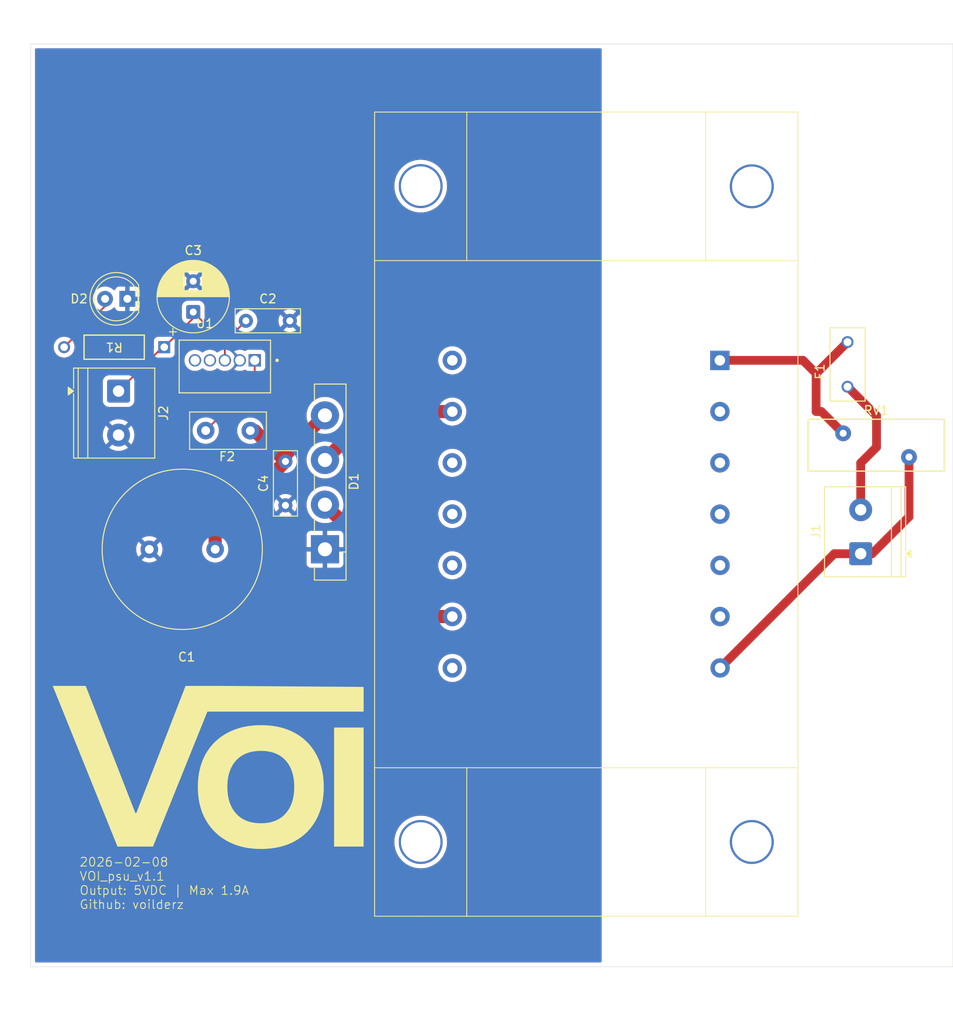
<source format=kicad_pcb>
(kicad_pcb (version 20241229) (generator "pcbnew") (generator_version "9.0")
  (layers (0 "F.Cu" signal) (2 "B.Cu" signal) (13 "F.Paste" user) (15 "B.Paste" user) (5 "F.SilkS" user "F.Silkscreen") (7 "B.SilkS" user "B.Silkscreen") (1 "F.Mask" user) (3 "B.Mask" user) (25 "Edge.Cuts" user))
  (net 0 "")
  (net 1 "Net-(D1-+)")
  (net 2 "GND")
  (net 3 "NEUT")
  (net 4 "Net-(D1-Pad2)")
  (net 5 "Net-(D2-A)")
  (net 6 "LINE")
  (net 7 "Net-(J2-Pin_1)")
  (net 8 "Net-(D1-Pad3)")
  (net 9 "Net-(F1-Pad2)")
  (net 10 "Net-(U1-Vin)")
  (footprint "Capacitor_THT:C_Radial_D18.0mm_H35.5mm_P7.50mm" (layer "F.Cu") (at 91 96.5 180)
    (property "Reference" "C1" (at 3.25 -12.25 0) (layer "F.SilkS"))
    (property "Value" "C_Polarized_Small")
    (fp_circle (center 3.75 0) (end 12.87 0) (stroke (width 0.12)) (fill no) (layer "F.SilkS"))
    (pad "1" thru_hole circle (at 0 0 180) (size 2 2) (drill 1) (layers "*.Cu" "*.Mask") (net 1 "Net-(D1-+)"))
    (pad "2" thru_hole circle (at 7.5 0 180) (size 2 2) (drill 1) (layers "*.Cu" "*.Mask") (net 2 "GND"))
  )
  (footprint "TerminalBlock_Phoenix:TerminalBlock_Phoenix_PT-1,5-2-5.0-H_1x02_P5.00mm_Horizontal" (layer "F.Cu") (at 80 78.5 -90)
    (property "Reference" "J2" (at 2.5 -5.12 90) (layer "F.SilkS"))
    (property "Value" "Conn_01x02")
    (fp_line (start -2.62 5.12) (end -2.62 -4.12) (stroke (width 0.12)) (layer "F.SilkS"))
    (fp_line (start -0.3 5.12) (end -2.62 5.12) (stroke (width 0.12)) (layer "F.SilkS"))
    (fp_line (start 7.62 5.12) (end 0.3 5.12) (stroke (width 0.12)) (layer "F.SilkS"))
    (fp_line (start -2.62 4.6) (end 7.62 4.6) (stroke (width 0.12)) (layer "F.SilkS"))
    (fp_line (start -2.62 3.5) (end 7.62 3.5) (stroke (width 0.12)) (layer "F.SilkS"))
    (fp_line (start -2.62 -4.12) (end 7.62 -4.12) (stroke (width 0.12)) (layer "F.SilkS"))
    (fp_line (start 7.62 -4.12) (end 7.62 5.12) (stroke (width 0.12)) (layer "F.SilkS"))
    (fp_poly (pts (xy 0 5.12) (xy 0.44 5.73) (xy -0.44 5.73)) (stroke (width 0.12)) (fill yes) (layer "F.SilkS"))
    (pad "1" thru_hole roundrect (at 0 0 270) (size 2.6 2.6) (drill 1.3) (layers "*.Cu" "*.Mask") (roundrect_rratio 0.096154) (net 7 "Net-(J2-Pin_1)"))
    (pad "2" thru_hole circle (at 5 0 270) (size 2.6 2.6) (drill 1.3) (layers "*.Cu" "*.Mask") (net 2 "GND"))
  )
  (footprint "TerminalBlock_Phoenix:TerminalBlock_Phoenix_PT-1,5-2-5.0-H_1x02_P5.00mm_Horizontal" (layer "F.Cu") (at 164.5 97 90)
    (property "Reference" "J1" (at 2.5 -5.12 90) (layer "F.SilkS"))
    (property "Value" "Conn_01x02")
    (fp_line (start 7.62 -4.12) (end 7.62 5.12) (stroke (width 0.12)) (layer "F.SilkS"))
    (fp_line (start -2.62 -4.12) (end 7.62 -4.12) (stroke (width 0.12)) (layer "F.SilkS"))
    (fp_line (start -2.62 3.5) (end 7.62 3.5) (stroke (width 0.12)) (layer "F.SilkS"))
    (fp_line (start -2.62 4.6) (end 7.62 4.6) (stroke (width 0.12)) (layer "F.SilkS"))
    (fp_line (start 7.62 5.12) (end 0.3 5.12) (stroke (width 0.12)) (layer "F.SilkS"))
    (fp_line (start -0.3 5.12) (end -2.62 5.12) (stroke (width 0.12)) (layer "F.SilkS"))
    (fp_line (start -2.62 5.12) (end -2.62 -4.12) (stroke (width 0.12)) (layer "F.SilkS"))
    (fp_poly (pts (xy 0 5.12) (xy 0.44 5.73) (xy -0.44 5.73)) (stroke (width 0.12)) (fill yes) (layer "F.SilkS"))
    (pad "1" thru_hole roundrect (at 0 0 90) (size 2.6 2.6) (drill 1.3) (layers "*.Cu" "*.Mask") (roundrect_rratio 0.096154) (net 3 "NEUT"))
    (pad "2" thru_hole circle (at 5 0 90) (size 2.6 2.6) (drill 1.3) (layers "*.Cu" "*.Mask") (net 6 "LINE"))
  )
  (footprint "Library:RES_TYCO_YR1_TYC" (layer "F.Cu") (at 85.2023 73.5 180)
    (property "Reference" "R1" (at 5.7023 0 180) (layer "F.SilkS"))
    (property "Value" "1K")
    (fp_line (start 9.1313 1.3716) (end 9.1313 -1.3716) (stroke (width 0.1524)) (layer "F.SilkS"))
    (fp_line (start 9.1313 -1.3716) (end 2.2733 -1.3716) (stroke (width 0.1524)) (layer "F.SilkS"))
    (fp_line (start 2.2733 1.3716) (end 9.1313 1.3716) (stroke (width 0.1524)) (layer "F.SilkS"))
    (fp_line (start 2.2733 -1.3716) (end 2.2733 1.3716) (stroke (width 0.1524)) (layer "F.SilkS"))
    (pad "1" thru_hole rect (at 0 0 180) (size 1.3716 1.3716) (drill 0.8636) (layers "*.Cu" "*.Mask") (net 7 "Net-(J2-Pin_1)"))
    (pad "2" thru_hole circle (at 11.4046 0 180) (size 1.3716 1.3716) (drill 0.8636) (layers "*.Cu" "*.Mask") (net 5 "Net-(D2-A)"))
  )
  (footprint "Capacitor_THT:C_Rect_L7.2mm_W2.5mm_P5.00mm_FKS2_FKP2_MKS2_MKP2" (layer "F.Cu") (at 99 86.5 -90)
    (property "Reference" "C4" (at 2.5 2.5 90) (layer "F.SilkS"))
    (property "Value" "C_Small")
    (fp_line (start -1.22 1.37) (end -1.22 -1.37) (stroke (width 0.12)) (layer "F.SilkS"))
    (fp_line (start 6.22 1.37) (end -1.22 1.37) (stroke (width 0.12)) (layer "F.SilkS"))
    (fp_line (start -1.22 -1.37) (end 6.22 -1.37) (stroke (width 0.12)) (layer "F.SilkS"))
    (fp_line (start 6.22 -1.37) (end 6.22 1.37) (stroke (width 0.12)) (layer "F.SilkS"))
    (pad "1" thru_hole circle (at 0 0 270) (size 1.6 1.6) (drill 0.8) (layers "*.Cu" "*.Mask") (net 1 "Net-(D1-+)"))
    (pad "2" thru_hole circle (at 5 0 270) (size 1.6 1.6) (drill 0.8) (layers "*.Cu" "*.Mask") (net 2 "GND"))
  )
  (footprint "Library:FUSRR508W60L835T400H810" (layer "F.Cu") (at 163 75.46 90)
    (property "Reference" "F1" (at -0.825 -3.135 90) (layer "F.SilkS"))
    (property "Value" "Fuse_Small")
    (fp_line (start 4.175 -2) (end -4.175 -2) (stroke (width 0.127)) (layer "F.SilkS"))
    (fp_line (start -4.175 -2) (end -4.175 2) (stroke (width 0.127)) (layer "F.SilkS"))
    (fp_line (start 4.175 2) (end 4.175 -2) (stroke (width 0.127)) (layer "F.SilkS"))
    (fp_line (start -4.175 2) (end 4.175 2) (stroke (width 0.127)) (layer "F.SilkS"))
    (pad "1" thru_hole circle (at -2.54 0 90) (size 1.35 1.35) (drill 0.9) (layers "*.Cu" "*.Mask") (net 6 "LINE"))
    (pad "2" thru_hole circle (at 2.54 0 90) (size 1.35 1.35) (drill 0.9) (layers "*.Cu" "*.Mask") (net 9 "Net-(F1-Pad2)"))
  )
  (footprint "Varistor:RV_Disc_D15.5mm_W5.9mm_P7.5mm" (layer "F.Cu") (at 170 86 180)
    (property "Reference" "RV1" (at 3.75 5.3 0) (layer "F.SilkS"))
    (property "Value" "Varistor")
    (fp_line (start 11.5 -1.6) (end 11.5 4.3) (stroke (width 0.15)) (layer "F.SilkS"))
    (fp_line (start -4 4.3) (end 11.5 4.3) (stroke (width 0.15)) (layer "F.SilkS"))
    (fp_line (start -4 -1.6) (end 11.5 -1.6) (stroke (width 0.15)) (layer "F.SilkS"))
    (fp_line (start -4 -1.6) (end -4 4.3) (stroke (width 0.15)) (layer "F.SilkS"))
    (pad "1" thru_hole circle (at 0 0 180) (size 1.8 1.8) (drill 0.8) (layers "*.Cu" "*.Mask") (net 3 "NEUT"))
    (pad "2" thru_hole circle (at 7.5 2.7 180) (size 1.8 1.8) (drill 0.8) (layers "*.Cu" "*.Mask") (net 9 "Net-(F1-Pad2)"))
  )
  (footprint "Capacitor_THT:C_Rect_L7.2mm_W2.5mm_P5.00mm_FKS2_FKP2_MKS2_MKP2" (layer "F.Cu") (at 94.5 70.5)
    (property "Reference" "C2" (at 2.5 -2.5 0) (layer "F.SilkS"))
    (property "Value" "C_Small")
    (fp_line (start -1.22 -1.37) (end 6.22 -1.37) (stroke (width 0.12)) (layer "F.SilkS"))
    (fp_line (start -1.22 1.37) (end -1.22 -1.37) (stroke (width 0.12)) (layer "F.SilkS"))
    (fp_line (start 6.22 -1.37) (end 6.22 1.37) (stroke (width 0.12)) (layer "F.SilkS"))
    (fp_line (start 6.22 1.37) (end -1.22 1.37) (stroke (width 0.12)) (layer "F.SilkS"))
    (pad "1" thru_hole circle (at 0 0) (size 1.6 1.6) (drill 0.8) (layers "*.Cu" "*.Mask") (net 7 "Net-(J2-Pin_1)"))
    (pad "2" thru_hole circle (at 5 0) (size 1.6 1.6) (drill 0.8) (layers "*.Cu" "*.Mask") (net 2 "GND"))
  )
  (footprint "Library:CONV_TSR_3-2450" (layer "F.Cu") (at 92.1 75)
    (property "Reference" "U1" (at -2.275 -4.185 0) (layer "F.SilkS"))
    (property "Value" "TSR3-2450N")
    (fp_line (start -5.2 -2.3) (end 5.2 -2.3) (stroke (width 0.127)) (layer "F.SilkS"))
    (fp_line (start -5.2 3.7) (end -5.2 -2.3) (stroke (width 0.127)) (layer "F.SilkS"))
    (fp_line (start 5.2 -2.3) (end 5.2 3.7) (stroke (width 0.127)) (layer "F.SilkS"))
    (fp_line (start 5.2 3.7) (end -5.2 3.7) (stroke (width 0.127)) (layer "F.SilkS"))
    (fp_circle (center 5.95 0) (end 6.05 0) (stroke (width 0.2)) (fill no) (layer "F.SilkS"))
    (pad "1" thru_hole rect (at 3.4 0) (size 1.41 1.41) (drill 1.06) (layers "*.Cu" "*.Mask") (net 10 "Net-(U1-Vin)"))
    (pad "2" thru_hole circle (at 1.7 0) (size 1.41 1.41) (drill 1.06) (layers "*.Cu" "*.Mask") (net 2 "GND"))
    (pad "3" thru_hole circle (at 0 0) (size 1.41 1.41) (drill 1.06) (layers "*.Cu" "*.Mask") (net 7 "Net-(J2-Pin_1)"))
    (pad "4" thru_hole circle (at -1.7 0) (size 1.41 1.41) (drill 1.06) (layers "*.Cu" "*.Mask"))
    (pad "5" thru_hole circle (at -3.4 0) (size 1.41 1.41) (drill 1.06) (layers "*.Cu" "*.Mask"))
  )
  (footprint "Capacitor_THT:CP_Radial_D8.0mm_P3.50mm" (layer "F.Cu") (at 88.5 69.5 90)
    (property "Reference" "C3" (at 7 0 180) (layer "F.SilkS"))
    (property "Value" "C_Polarized_Small")
    (fp_line (start 1.79 -4.08) (end 1.79 4.08) (stroke (width 0.12)) (layer "F.SilkS"))
    (fp_line (start 1.75 -4.08) (end 1.75 4.08) (stroke (width 0.12)) (layer "F.SilkS"))
    (fp_line (start 1.83 -4.079) (end 1.83 4.079) (stroke (width 0.12)) (layer "F.SilkS"))
    (fp_line (start 1.87 -4.078) (end 1.87 4.078) (stroke (width 0.12)) (layer "F.SilkS"))
    (fp_line (start 1.91 -4.077) (end 1.91 4.077) (stroke (width 0.12)) (layer "F.SilkS"))
    (fp_line (start 1.95 -4.075) (end 1.95 4.075) (stroke (width 0.12)) (layer "F.SilkS"))
    (fp_line (start 1.99 -4.073) (end 1.99 4.073) (stroke (width 0.12)) (layer "F.SilkS"))
    (fp_line (start 2.03 -4.07) (end 2.03 4.07) (stroke (width 0.12)) (layer "F.SilkS"))
    (fp_line (start 2.07 -4.068) (end 2.07 4.068) (stroke (width 0.12)) (layer "F.SilkS"))
    (fp_line (start 2.11 -4.064) (end 2.11 4.064) (stroke (width 0.12)) (layer "F.SilkS"))
    (fp_line (start 2.15 -4.061) (end 2.15 4.061) (stroke (width 0.12)) (layer "F.SilkS"))
    (fp_line (start 2.19 -4.056) (end 2.19 4.056) (stroke (width 0.12)) (layer "F.SilkS"))
    (fp_line (start 2.23 -4.052) (end 2.23 4.052) (stroke (width 0.12)) (layer "F.SilkS"))
    (fp_line (start 2.27 -4.047) (end 2.27 4.047) (stroke (width 0.12)) (layer "F.SilkS"))
    (fp_line (start 2.31 -4.042) (end 2.31 4.042) (stroke (width 0.12)) (layer "F.SilkS"))
    (fp_line (start 2.35 -4.036) (end 2.35 4.036) (stroke (width 0.12)) (layer "F.SilkS"))
    (fp_line (start 2.39 -4.03) (end 2.39 4.03) (stroke (width 0.12)) (layer "F.SilkS"))
    (fp_line (start 2.43 -4.023) (end 2.43 4.023) (stroke (width 0.12)) (layer "F.SilkS"))
    (fp_line (start 2.47 -4.017) (end 2.47 -1.04) (stroke (width 0.12)) (layer "F.SilkS"))
    (fp_line (start 2.51 -4.009) (end 2.51 -1.04) (stroke (width 0.12)) (layer "F.SilkS"))
    (fp_line (start 2.55 -4.002) (end 2.55 -1.04) (stroke (width 0.12)) (layer "F.SilkS"))
    (fp_line (start 2.59 -3.993) (end 2.59 -1.04) (stroke (width 0.12)) (layer "F.SilkS"))
    (fp_line (start 2.63 -3.985) (end 2.63 -1.04) (stroke (width 0.12)) (layer "F.SilkS"))
    (fp_line (start 2.67 -3.976) (end 2.67 -1.04) (stroke (width 0.12)) (layer "F.SilkS"))
    (fp_line (start 2.71 -3.967) (end 2.71 -1.04) (stroke (width 0.12)) (layer "F.SilkS"))
    (fp_line (start 2.75 -3.957) (end 2.75 -1.04) (stroke (width 0.12)) (layer "F.SilkS"))
    (fp_line (start 2.79 -3.947) (end 2.79 -1.04) (stroke (width 0.12)) (layer "F.SilkS"))
    (fp_line (start 2.83 -3.936) (end 2.83 -1.04) (stroke (width 0.12)) (layer "F.SilkS"))
    (fp_line (start 2.87 -3.925) (end 2.87 -1.04) (stroke (width 0.12)) (layer "F.SilkS"))
    (fp_line (start 2.91 -3.913) (end 2.91 -1.04) (stroke (width 0.12)) (layer "F.SilkS"))
    (fp_line (start 2.95 -3.901) (end 2.95 -1.04) (stroke (width 0.12)) (layer "F.SilkS"))
    (fp_line (start 2.99 -3.889) (end 2.99 -1.04) (stroke (width 0.12)) (layer "F.SilkS"))
    (fp_line (start 3.03 -3.876) (end 3.03 -1.04) (stroke (width 0.12)) (layer "F.SilkS"))
    (fp_line (start 3.07 -3.863) (end 3.07 -1.04) (stroke (width 0.12)) (layer "F.SilkS"))
    (fp_line (start 3.11 -3.849) (end 3.11 -1.04) (stroke (width 0.12)) (layer "F.SilkS"))
    (fp_line (start 3.15 -3.835) (end 3.15 -1.04) (stroke (width 0.12)) (layer "F.SilkS"))
    (fp_line (start 3.19 -3.82) (end 3.19 -1.04) (stroke (width 0.12)) (layer "F.SilkS"))
    (fp_line (start 3.23 -3.805) (end 3.23 -1.04) (stroke (width 0.12)) (layer "F.SilkS"))
    (fp_line (start 3.27 -3.789) (end 3.27 -1.04) (stroke (width 0.12)) (layer "F.SilkS"))
    (fp_line (start 3.31 -3.773) (end 3.31 -1.04) (stroke (width 0.12)) (layer "F.SilkS"))
    (fp_line (start 3.35 -3.757) (end 3.35 -1.04) (stroke (width 0.12)) (layer "F.SilkS"))
    (fp_line (start 3.39 -3.74) (end 3.39 -1.04) (stroke (width 0.12)) (layer "F.SilkS"))
    (fp_line (start 3.43 -3.722) (end 3.43 -1.04) (stroke (width 0.12)) (layer "F.SilkS"))
    (fp_line (start 3.47 -3.704) (end 3.47 -1.04) (stroke (width 0.12)) (layer "F.SilkS"))
    (fp_line (start 3.51 -3.685) (end 3.51 -1.04) (stroke (width 0.12)) (layer "F.SilkS"))
    (fp_line (start 3.55 -3.666) (end 3.55 -1.04) (stroke (width 0.12)) (layer "F.SilkS"))
    (fp_line (start 3.59 -3.646) (end 3.59 -1.04) (stroke (width 0.12)) (layer "F.SilkS"))
    (fp_line (start 3.63 -3.626) (end 3.63 -1.04) (stroke (width 0.12)) (layer "F.SilkS"))
    (fp_line (start 3.67 -3.605) (end 3.67 -1.04) (stroke (width 0.12)) (layer "F.SilkS"))
    (fp_line (start 3.71 -3.584) (end 3.71 -1.04) (stroke (width 0.12)) (layer "F.SilkS"))
    (fp_line (start 3.75 -3.562) (end 3.75 -1.04) (stroke (width 0.12)) (layer "F.SilkS"))
    (fp_line (start 3.79 -3.539) (end 3.79 -1.04) (stroke (width 0.12)) (layer "F.SilkS"))
    (fp_line (start 3.83 -3.516) (end 3.83 -1.04) (stroke (width 0.12)) (layer "F.SilkS"))
    (fp_line (start 3.87 -3.493) (end 3.87 -1.04) (stroke (width 0.12)) (layer "F.SilkS"))
    (fp_line (start 3.91 -3.468) (end 3.91 -1.04) (stroke (width 0.12)) (layer "F.SilkS"))
    (fp_line (start 3.95 -3.443) (end 3.95 -1.04) (stroke (width 0.12)) (layer "F.SilkS"))
    (fp_line (start 3.99 -3.418) (end 3.99 -1.04) (stroke (width 0.12)) (layer "F.SilkS"))
    (fp_line (start 4.03 -3.392) (end 4.03 -1.04) (stroke (width 0.12)) (layer "F.SilkS"))
    (fp_line (start 4.07 -3.365) (end 4.07 -1.04) (stroke (width 0.12)) (layer "F.SilkS"))
    (fp_line (start 4.11 -3.337) (end 4.11 -1.04) (stroke (width 0.12)) (layer "F.SilkS"))
    (fp_line (start 4.15 -3.309) (end 4.15 -1.04) (stroke (width 0.12)) (layer "F.SilkS"))
    (fp_line (start 4.19 -3.28) (end 4.19 -1.04) (stroke (width 0.12)) (layer "F.SilkS"))
    (fp_line (start 4.23 -3.25) (end 4.23 -1.04) (stroke (width 0.12)) (layer "F.SilkS"))
    (fp_line (start 4.27 -3.219) (end 4.27 -1.04) (stroke (width 0.12)) (layer "F.SilkS"))
    (fp_line (start 4.31 -3.188) (end 4.31 -1.04) (stroke (width 0.12)) (layer "F.SilkS"))
    (fp_line (start 4.35 -3.156) (end 4.35 -1.04) (stroke (width 0.12)) (layer "F.SilkS"))
    (fp_line (start 4.39 -3.123) (end 4.39 -1.04) (stroke (width 0.12)) (layer "F.SilkS"))
    (fp_line (start 4.43 -3.089) (end 4.43 -1.04) (stroke (width 0.12)) (layer "F.SilkS"))
    (fp_line (start 4.47 -3.055) (end 4.47 -1.04) (stroke (width 0.12)) (layer "F.SilkS"))
    (fp_line (start 4.51 -3.019) (end 4.51 -1.04) (stroke (width 0.12)) (layer "F.SilkS"))
    (fp_line (start 4.55 -2.982) (end 4.55 2.982) (stroke (width 0.12)) (layer "F.SilkS"))
    (fp_line (start 4.59 -2.945) (end 4.59 2.945) (stroke (width 0.12)) (layer "F.SilkS"))
    (fp_line (start 4.63 -2.906) (end 4.63 2.906) (stroke (width 0.12)) (layer "F.SilkS"))
    (fp_line (start 4.67 -2.867) (end 4.67 2.867) (stroke (width 0.12)) (layer "F.SilkS"))
    (fp_line (start 4.71 -2.826) (end 4.71 2.826) (stroke (width 0.12)) (layer "F.SilkS"))
    (fp_line (start 4.75 -2.784) (end 4.75 2.784) (stroke (width 0.12)) (layer "F.SilkS"))
    (fp_line (start 4.79 -2.741) (end 4.79 2.741) (stroke (width 0.12)) (layer "F.SilkS"))
    (fp_line (start -2.259698 -2.715) (end -2.259698 -1.915) (stroke (width 0.12)) (layer "F.SilkS"))
    (fp_line (start 4.83 -2.696) (end 4.83 2.696) (stroke (width 0.12)) (layer "F.SilkS"))
    (fp_line (start 4.87 -2.651) (end 4.87 2.651) (stroke (width 0.12)) (layer "F.SilkS"))
    (fp_line (start 4.91 -2.604) (end 4.91 2.604) (stroke (width 0.12)) (layer "F.SilkS"))
    (fp_line (start 4.95 -2.555) (end 4.95 2.555) (stroke (width 0.12)) (layer "F.SilkS"))
    (fp_line (start 4.99 -2.505) (end 4.99 2.505) (stroke (width 0.12)) (layer "F.SilkS"))
    (fp_line (start 5.03 -2.453) (end 5.03 2.453) (stroke (width 0.12)) (layer "F.SilkS"))
    (fp_line (start 5.07 -2.4) (end 5.07 2.4) (stroke (width 0.12)) (layer "F.SilkS"))
    (fp_line (start 5.11 -2.344) (end 5.11 2.344) (stroke (width 0.12)) (layer "F.SilkS"))
    (fp_line (start -2.659698 -2.315) (end -1.859698 -2.315) (stroke (width 0.12)) (layer "F.SilkS"))
    (fp_line (start 5.15 -2.287) (end 5.15 2.287) (stroke (width 0.12)) (layer "F.SilkS"))
    (fp_line (start 5.19 -2.227) (end 5.19 2.227) (stroke (width 0.12)) (layer "F.SilkS"))
    (fp_line (start 5.23 -2.165) (end 5.23 2.165) (stroke (width 0.12)) (layer "F.SilkS"))
    (fp_line (start 5.27 -2.101) (end 5.27 2.101) (stroke (width 0.12)) (layer "F.SilkS"))
    (fp_line (start 5.31 -2.034) (end 5.31 2.034) (stroke (width 0.12)) (layer "F.SilkS"))
    (fp_line (start 5.35 -1.964) (end 5.35 1.964) (stroke (width 0.12)) (layer "F.SilkS"))
    (fp_line (start 5.39 -1.89) (end 5.39 1.89) (stroke (width 0.12)) (layer "F.SilkS"))
    (fp_line (start 5.43 -1.813) (end 5.43 1.813) (stroke (width 0.12)) (layer "F.SilkS"))
    (fp_line (start 5.47 -1.731) (end 5.47 1.731) (stroke (width 0.12)) (layer "F.SilkS"))
    (fp_line (start 5.51 -1.644) (end 5.51 1.644) (stroke (width 0.12)) (layer "F.SilkS"))
    (fp_line (start 5.55 -1.552) (end 5.55 1.552) (stroke (width 0.12)) (layer "F.SilkS"))
    (fp_line (start 5.59 -1.453) (end 5.59 1.453) (stroke (width 0.12)) (layer "F.SilkS"))
    (fp_line (start 5.63 -1.346) (end 5.63 1.346) (stroke (width 0.12)) (layer "F.SilkS"))
    (fp_line (start 5.67 -1.228) (end 5.67 1.228) (stroke (width 0.12)) (layer "F.SilkS"))
    (fp_line (start 5.71 -1.097) (end 5.71 1.097) (stroke (width 0.12)) (layer "F.SilkS"))
    (fp_line (start 5.75 -0.947) (end 5.75 0.947) (stroke (width 0.12)) (layer "F.SilkS"))
    (fp_line (start 5.79 -0.768) (end 5.79 0.768) (stroke (width 0.12)) (layer "F.SilkS"))
    (fp_line (start 5.83 -0.533) (end 5.83 0.533) (stroke (width 0.12)) (layer "F.SilkS"))
    (fp_line (start 4.51 1.04) (end 4.51 3.019) (stroke (width 0.12)) (layer "F.SilkS"))
    (fp_line (start 4.47 1.04) (end 4.47 3.055) (stroke (width 0.12)) (layer "F.SilkS"))
    (fp_line (start 4.43 1.04) (end 4.43 3.089) (stroke (width 0.12)) (layer "F.SilkS"))
    (fp_line (start 4.39 1.04) (end 4.39 3.123) (stroke (width 0.12)) (layer "F.SilkS"))
    (fp_line (start 4.35 1.04) (end 4.35 3.156) (stroke (width 0.12)) (layer "F.SilkS"))
    (fp_line (start 4.31 1.04) (end 4.31 3.188) (stroke (width 0.12)) (layer "F.SilkS"))
    (fp_line (start 4.27 1.04) (end 4.27 3.219) (stroke (width 0.12)) (layer "F.SilkS"))
    (fp_line (start 4.23 1.04) (end 4.23 3.25) (stroke (width 0.12)) (layer "F.SilkS"))
    (fp_line (start 4.19 1.04) (end 4.19 3.28) (stroke (width 0.12)) (layer "F.SilkS"))
    (fp_line (start 4.15 1.04) (end 4.15 3.309) (stroke (width 0.12)) (layer "F.SilkS"))
    (fp_line (start 4.11 1.04) (end 4.11 3.337) (stroke (width 0.12)) (layer "F.SilkS"))
    (fp_line (start 4.07 1.04) (end 4.07 3.365) (stroke (width 0.12)) (layer "F.SilkS"))
    (fp_line (start 4.03 1.04) (end 4.03 3.392) (stroke (width 0.12)) (layer "F.SilkS"))
    (fp_line (start 3.99 1.04) (end 3.99 3.418) (stroke (width 0.12)) (layer "F.SilkS"))
    (fp_line (start 3.95 1.04) (end 3.95 3.443) (stroke (width 0.12)) (layer "F.SilkS"))
    (fp_line (start 3.91 1.04) (end 3.91 3.468) (stroke (width 0.12)) (layer "F.SilkS"))
    (fp_line (start 3.87 1.04) (end 3.87 3.493) (stroke (width 0.12)) (layer "F.SilkS"))
    (fp_line (start 3.83 1.04) (end 3.83 3.516) (stroke (width 0.12)) (layer "F.SilkS"))
    (fp_line (start 3.79 1.04) (end 3.79 3.539) (stroke (width 0.12)) (layer "F.SilkS"))
    (fp_line (start 3.75 1.04) (end 3.75 3.562) (stroke (width 0.12)) (layer "F.SilkS"))
    (fp_line (start 3.71 1.04) (end 3.71 3.584) (stroke (width 0.12)) (layer "F.SilkS"))
    (fp_line (start 3.67 1.04) (end 3.67 3.605) (stroke (width 0.12)) (layer "F.SilkS"))
    (fp_line (start 3.63 1.04) (end 3.63 3.626) (stroke (width 0.12)) (layer "F.SilkS"))
    (fp_line (start 3.59 1.04) (end 3.59 3.646) (stroke (width 0.12)) (layer "F.SilkS"))
    (fp_line (start 3.55 1.04) (end 3.55 3.666) (stroke (width 0.12)) (layer "F.SilkS"))
    (fp_line (start 3.51 1.04) (end 3.51 3.685) (stroke (width 0.12)) (layer "F.SilkS"))
    (fp_line (start 3.47 1.04) (end 3.47 3.704) (stroke (width 0.12)) (layer "F.SilkS"))
    (fp_line (start 3.43 1.04) (end 3.43 3.722) (stroke (width 0.12)) (layer "F.SilkS"))
    (fp_line (start 3.39 1.04) (end 3.39 3.74) (stroke (width 0.12)) (layer "F.SilkS"))
    (fp_line (start 3.35 1.04) (end 3.35 3.757) (stroke (width 0.12)) (layer "F.SilkS"))
    (fp_line (start 3.31 1.04) (end 3.31 3.773) (stroke (width 0.12)) (layer "F.SilkS"))
    (fp_line (start 3.27 1.04) (end 3.27 3.789) (stroke (width 0.12)) (layer "F.SilkS"))
    (fp_line (start 3.23 1.04) (end 3.23 3.805) (stroke (width 0.12)) (layer "F.SilkS"))
    (fp_line (start 3.19 1.04) (end 3.19 3.82) (stroke (width 0.12)) (layer "F.SilkS"))
    (fp_line (start 3.15 1.04) (end 3.15 3.835) (stroke (width 0.12)) (layer "F.SilkS"))
    (fp_line (start 3.11 1.04) (end 3.11 3.849) (stroke (width 0.12)) (layer "F.SilkS"))
    (fp_line (start 3.07 1.04) (end 3.07 3.863) (stroke (width 0.12)) (layer "F.SilkS"))
    (fp_line (start 3.03 1.04) (end 3.03 3.876) (stroke (width 0.12)) (layer "F.SilkS"))
    (fp_line (start 2.99 1.04) (end 2.99 3.889) (stroke (width 0.12)) (layer "F.SilkS"))
    (fp_line (start 2.95 1.04) (end 2.95 3.901) (stroke (width 0.12)) (layer "F.SilkS"))
    (fp_line (start 2.91 1.04) (end 2.91 3.913) (stroke (width 0.12)) (layer "F.SilkS"))
    (fp_line (start 2.87 1.04) (end 2.87 3.925) (stroke (width 0.12)) (layer "F.SilkS"))
    (fp_line (start 2.83 1.04) (end 2.83 3.936) (stroke (width 0.12)) (layer "F.SilkS"))
    (fp_line (start 2.79 1.04) (end 2.79 3.947) (stroke (width 0.12)) (layer "F.SilkS"))
    (fp_line (start 2.75 1.04) (end 2.75 3.957) (stroke (width 0.12)) (layer "F.SilkS"))
    (fp_line (start 2.71 1.04) (end 2.71 3.967) (stroke (width 0.12)) (layer "F.SilkS"))
    (fp_line (start 2.67 1.04) (end 2.67 3.976) (stroke (width 0.12)) (layer "F.SilkS"))
    (fp_line (start 2.63 1.04) (end 2.63 3.985) (stroke (width 0.12)) (layer "F.SilkS"))
    (fp_line (start 2.59 1.04) (end 2.59 3.993) (stroke (width 0.12)) (layer "F.SilkS"))
    (fp_line (start 2.55 1.04) (end 2.55 4.002) (stroke (width 0.12)) (layer "F.SilkS"))
    (fp_line (start 2.51 1.04) (end 2.51 4.009) (stroke (width 0.12)) (layer "F.SilkS"))
    (fp_line (start 2.47 1.04) (end 2.47 4.017) (stroke (width 0.12)) (layer "F.SilkS"))
    (fp_circle (center 1.75 0) (end 5.87 0) (stroke (width 0.12)) (fill no) (layer "F.SilkS"))
    (pad "1" thru_hole roundrect (at 0 0 90) (size 1.6 1.6) (drill 0.8) (layers "*.Cu" "*.Mask") (roundrect_rratio 0.15625) (net 7 "Net-(J2-Pin_1)"))
    (pad "2" thru_hole circle (at 3.5 0 90) (size 1.6 1.6) (drill 0.8) (layers "*.Cu" "*.Mask") (net 2 "GND"))
  )
  (footprint "LED_THT:LED_D5.0mm" (layer "F.Cu") (at 81 68 180)
    (property "Reference" "D2" (at 5.5 0 0) (layer "F.SilkS"))
    (property "Value" "LED")
    (fp_line (start -1.29 -1.545) (end -1.29 1.545) (stroke (width 0.12)) (layer "F.SilkS"))
    (fp_arc (start 4.26 0) (mid 2.071779 2.880495) (end -1.29 1.54483) (stroke (width 0.12)) (layer "F.SilkS"))
    (fp_arc (start -1.29 -1.54483) (mid 2.071779 -2.880495) (end 4.26 0) (stroke (width 0.12)) (layer "F.SilkS"))
    (fp_circle (center 1.27 0) (end 3.77 0) (stroke (width 0.12)) (fill no) (layer "F.SilkS"))
    (pad "1" thru_hole rect (at 0 0 180) (size 1.8 1.8) (drill 0.9) (layers "*.Cu" "*.Mask") (net 2 "GND"))
    (pad "2" thru_hole circle (at 2.54 0 180) (size 1.8 1.8) (drill 0.9) (layers "*.Cu" "*.Mask") (net 5 "Net-(D2-A)"))
  )
  (footprint "My_Transformers:ASL171112" (layer "F.Cu") (at 133.35 81.45 180)
    (property "Reference" "TR1" (hide yes))
    (property "Value" "TEZ16.0-D-1" (hide yes))
    (fp_line (start 24.2 17.8) (end -24 17.8) (stroke (width 0.1)) (layer "F.SilkS"))
    (fp_line (start 24.2 -39.9) (end 24.2 -56.8) (stroke (width 0.1)) (layer "F.SilkS"))
    (fp_line (start 24.2 -56.8) (end -24 -56.8) (stroke (width 0.1)) (layer "F.SilkS"))
    (fp_line (start 18.95 -56.8) (end 18.975 -56.8) (stroke (width 0.1)) (layer "F.SilkS"))
    (fp_line (start 15.29 -5.21) (end 15.28 -5.21) (stroke (width 0.1)) (layer "F.SilkS"))
    (fp_line (start 15.28 0.62) (end 15.35 0.62) (stroke (width 0.1)) (layer "F.SilkS"))
    (fp_line (start 15.28 -5.21) (end 15.42 -5.21) (stroke (width 0.1)) (layer "F.SilkS"))
    (fp_line (start 15.24 -11.04) (end 15.349314 -11.039964) (stroke (width 0.1)) (layer "F.SilkS"))
    (fp_line (start 15.24 -16.87) (end 15.35 -16.87) (stroke (width 0.1)) (layer "F.SilkS"))
    (fp_line (start 13.7 34.7) (end 13.7 17.8) (stroke (width 0.1)) (layer "F.SilkS"))
    (fp_line (start 13.7 -56.8) (end 13.7 -39.9) (stroke (width 0.1)) (layer "F.SilkS"))
    (fp_line (start -13.5 34.7) (end -13.5 17.8) (stroke (width 0.1)) (layer "F.SilkS"))
    (fp_line (start -13.5 -56.8) (end -13.5 -39.9) (stroke (width 0.1)) (layer "F.SilkS"))
    (fp_line (start -24 -39.9) (end -24 -56.8) (stroke (width 0.1)) (layer "F.SilkS"))
    (fp_rect (start -24 -39.9) (end 24.2 34.7) (stroke (width 0.1)) (fill no) (layer "F.SilkS"))
    (pad "" np_thru_hole circle (at -18.750184 26.252697 180) (size 5 5) (drill 4.5) (layers "*.Cu" "*.Mask"))
    (pad "" np_thru_hole circle (at -18.75 -48.35 180) (size 5 5) (drill 4.5) (layers "*.Cu" "*.Mask"))
    (pad "" np_thru_hole circle (at 18.95 -48.35 180) (size 5 5) (drill 4.5) (layers "*.Cu" "*.Mask"))
    (pad "" np_thru_hole circle (at 18.95 26.275 180) (size 5 5) (drill 4.5) (layers "*.Cu" "*.Mask"))
    (pad "1" thru_hole rect (at -15.109835 6.45041 180) (size 2.2 2.2) (drill 1.2) (layers "*.Cu" "*.Mask") (net 9 "Net-(F1-Pad2)"))
    (pad "2" thru_hole circle (at -15.119939 0.62 180) (size 2.2 2.2) (drill 1.2) (layers "*.Cu" "*.Mask"))
    (pad "3" thru_hole circle (at -15.119939 -5.21 180) (size 2.2 2.2) (drill 1.2) (layers "*.Cu" "*.Mask"))
    (pad "4" thru_hole circle (at -15.125 -11.05 180) (size 2.2 2.2) (drill 1.2) (layers "*.Cu" "*.Mask"))
    (pad "5" thru_hole circle (at -15.135095 -16.875 180) (size 2.2 2.2) (drill 1.2) (layers "*.Cu" "*.Mask"))
    (pad "6" thru_hole circle (at -15.135095 -22.7 180) (size 2.2 2.2) (drill 1.2) (layers "*.Cu" "*.Mask"))
    (pad "7" thru_hole circle (at -15.140165 -28.55041 180) (size 2.2 2.2) (drill 1.2) (layers "*.Cu" "*.Mask") (net 3 "NEUT"))
    (pad "8" thru_hole circle (at 15.35 -28.55 180) (size 2.2 2.2) (drill 1.2) (layers "*.Cu" "*.Mask"))
    (pad "9" thru_hole circle (at 15.35 -22.7 180) (size 2.2 2.2) (drill 1.2) (layers "*.Cu" "*.Mask") (net 4 "Net-(D1-Pad2)"))
    (pad "10" thru_hole circle (at 15.35 -16.87 180) (size 2.2 2.2) (drill 1.2) (layers "*.Cu" "*.Mask"))
    (pad "11" thru_hole circle (at 15.349314 -11.039964 180) (size 2.2 2.2) (drill 1.2) (layers "*.Cu" "*.Mask"))
    (pad "12" thru_hole circle (at 15.35 -5.21 180) (size 2.2 2.2) (drill 1.2) (layers "*.Cu" "*.Mask"))
    (pad "13" thru_hole circle (at 15.35 0.62 180) (size 2.2 2.2) (drill 1.2) (layers "*.Cu" "*.Mask") (net 8 "Net-(D1-Pad3)"))
    (pad "14" thru_hole circle (at 15.35 6.45 180) (size 2.2 2.2) (drill 1.2) (layers "*.Cu" "*.Mask"))
  )
  (footprint "Diode_THT:Diode_Bridge_Vishay_GBU" (layer "F.Cu") (at 103.5 96.5 90)
    (property "Reference" "D1" (at 7.7 3.3 90) (layer "F.SilkS"))
    (property "Value" "B125C3x00-2200A")
    (fp_line (start 18.8 -1.2) (end 18.8 2.4) (stroke (width 0.12)) (layer "F.SilkS"))
    (fp_line (start 16.8 -1.2) (end 18.8 -1.2) (stroke (width 0.12)) (layer "F.SilkS"))
    (fp_line (start 11.7 -1.2) (end 13.7 -1.2) (stroke (width 0.12)) (layer "F.SilkS"))
    (fp_line (start 6.7 -1.2) (end 8.6 -1.2) (stroke (width 0.12)) (layer "F.SilkS"))
    (fp_line (start 2 -1.2) (end 3.5 -1.2) (stroke (width 0.12)) (layer "F.SilkS"))
    (fp_line (start -3.5 -1.2) (end -2 -1.2) (stroke (width 0.12)) (layer "F.SilkS"))
    (fp_line (start 18.8 2.4) (end -3.5 2.4) (stroke (width 0.12)) (layer "F.SilkS"))
    (fp_line (start -0.3 2.4) (end -0.3 1.9) (stroke (width 0.12)) (layer "F.SilkS"))
    (fp_line (start -3.5 2.4) (end -3.5 -1.2) (stroke (width 0.12)) (layer "F.SilkS"))
    (pad "1" thru_hole rect (at 0 0 90) (size 3.2 3.2) (drill 1.6) (layers "*.Cu" "*.Mask") (net 2 "GND"))
    (pad "2" thru_hole circle (at 5.08 0 90) (size 3.2 3.2) (drill 1.6) (layers "*.Cu" "*.Mask") (net 4 "Net-(D1-Pad2)"))
    (pad "3" thru_hole circle (at 10.16 0 90) (size 3.2 3.2) (drill 1.6) (layers "*.Cu" "*.Mask") (net 8 "Net-(D1-Pad3)"))
    (pad "4" thru_hole circle (at 15.24 0 90) (size 3.2 3.2) (drill 1.6) (layers "*.Cu" "*.Mask") (net 1 "Net-(D1-+)"))
  )
  (footprint "Fuse:Fuse_Littelfuse_395Series" (layer "F.Cu") (at 95 83 180)
    (property "Reference" "F2" (at 2.65 -2.95 0) (layer "F.SilkS"))
    (property "Value" "Fuse_Small")
    (fp_line (start 6.91 2.12) (end 6.91 -2.12) (stroke (width 0.12)) (layer "F.SilkS"))
    (fp_line (start 6.91 2.12) (end -1.83 2.12) (stroke (width 0.12)) (layer "F.SilkS"))
    (fp_line (start -1.83 -2.12) (end 6.91 -2.12) (stroke (width 0.12)) (layer "F.SilkS"))
    (fp_line (start -1.83 -2.12) (end -1.83 2.12) (stroke (width 0.12)) (layer "F.SilkS"))
    (pad "1" thru_hole circle (at 0 0 180) (size 2 2) (drill 1) (layers "*.Cu" "*.Mask") (net 1 "Net-(D1-+)"))
    (pad "2" thru_hole circle (at 5.08 0.01 180) (size 2 2) (drill 1) (layers "*.Cu" "*.Mask") (net 10 "Net-(U1-Vin)"))
  )
  (gr_poly (pts (xy 107.901714 130.322636) (xy 104.538547 130.322636) (xy 104.538547 116.778889) (xy 107.901714 116.778889)) (fill yes) (layer "F.SilkS"))
  (gr_poly (pts (xy 96.494808 116.511385) (xy 96.763243 116.521422) (xy 97.026916 116.538153) (xy 97.285829 116.56158) (xy 97.53998 116.591704) (xy 97.78937 116.628527) (xy 98.034 116.672052) (xy 98.273869 116.722279) (xy 98.508977 116.77921) (xy 98.739325 116.842848) (xy 98.964912 116.913194) (xy 99.185739 116.99025) (xy 99.401806 117.074018) (xy 99.613113 117.164499) (xy 99.819659 117.261696) (xy 100.021446 117.36561) (xy 100.217925 117.475701) (xy 100.408792 117.591429) (xy 100.594046 117.712793) (xy 100.773684 117.839794) (xy 100.947704 117.972431) (xy 101.116106 118.110704) (xy 101.278888 118.254614) (xy 101.436047 118.404161) (xy 101.587583 118.559344) (xy 101.733494 118.720163) (xy 101.873778 118.886619) (xy 102.008433 119.058711) (xy 102.137459 119.23644) (xy 102.260853 119.419805) (xy 102.378613 119.608807) (xy 102.490739 119.803445) (xy 102.596603 120.003212) (xy 102.695628 120.207574) (xy 102.787815 120.416531) (xy 102.873166 120.630083) (xy 102.951682 120.848227) (xy 103.023363 121.070964) (xy 103.088213 121.298293) (xy 103.14623 121.530213) (xy 103.197418 121.766724) (xy 103.241776 122.007823) (xy 103.279307 122.253512) (xy 103.310011 122.503789) (xy 103.33389 122.758653) (xy 103.350945 123.018104) (xy 103.361177 123.28214) (xy 103.364587 123.550761) (xy 103.361177 123.816663) (xy 103.350945 124.078236) (xy 103.33389 124.33548) (xy 103.310011 124.588399) (xy 103.279307 124.836993) (xy 103.241776 125.081265) (xy 103.197418 125.321216) (xy 103.14623 125.556849) (xy 103.088213 125.788164) (xy 103.023363 126.015164) (xy 102.951682 126.237851) (xy 102.873166 126.456226) (xy 102.787815 126.670291) (xy 102.695628 126.880048) (xy 102.596603 127.085499) (xy 102.490739 127.286645) (xy 102.378666 127.482668) (xy 102.260869 127.672964) (xy 102.137347 127.857532) (xy 102.0081 128.036372) (xy 101.873129 128.209483) (xy 101.732433 128.376864) (xy 101.586012 128.538514) (xy 101.433867 128.694432) (xy 101.275996 128.844618) (xy 101.1124 128.98907) (xy 100.943079 129.127788) (xy 100.768033 129.260771) (xy 100.587261 129.388017) (xy 100.400764 129.509527) (xy 100.208541 129.625299) (xy 100.010593 129.735333) (xy 99.807556 129.839253) (xy 99.5999 129.936468) (xy 99.387624 130.026978) (xy 99.17073 130.110783) (xy 98.949218 130.187883) (xy 98.72309 130.258278) (xy 98.492346 130.321968) (xy 98.256986 130.378954) (xy 98.017012 130.429235) (xy 97.772424 130.472812) (xy 97.523222 130.509684) (xy 97.269409 130.539852) (xy 97.010984 130.563316) (xy 96.747948 130.580075) (xy 96.480302 130.590131) (xy 96.208047 130.593483) (xy 95.938517 130.590081) (xy 95.673354 130.579874) (xy 95.412557 130.562863) (xy 95.156127 130.539048) (xy 94.904064 130.508432) (xy 94.656368 130.471013) (xy 94.41304 130.426793) (xy 94.174079 130.375773) (xy 93.939486 130.317952) (xy 93.709261 130.253332) (xy 93.483404 130.181914) (xy 93.261915 130.103698) (xy 93.044795 130.018684) (xy 92.832044 129.926874) (xy 92.623662 129.828268) (xy 92.419648 129.722866) (xy 92.220622 129.611298) (xy 92.02725 129.494167) (xy 91.839531 129.371475) (xy 91.657469 129.243221) (xy 91.481061 129.109404) (xy 91.310311 128.970026) (xy 91.145217 128.825086) (xy 90.985781 128.674585) (xy 90.832004 128.518522) (xy 90.683885 128.356898) (xy 90.541427 128.189712) (xy 90.404628 128.016965) (xy 90.273491 127.838657) (xy 90.148016 127.654788) (xy 90.028202 127.465358) (xy 89.914052 127.270367) (xy 89.80619 127.070295) (xy 89.705287 126.865818) (xy 89.611343 126.656932) (xy 89.524359 126.443638) (xy 89.444334 126.225935) (xy 89.371268 126.003822) (xy 89.305162 125.777297) (xy 89.246014 125.54636) (xy 89.193825 125.31101) (xy 89.148595 125.071245) (xy 89.110324 124.827066) (xy 89.079011 124.578471) (xy 89.054657 124.325458) (xy 89.037262 124.068028) (xy 89.026824 123.806179) (xy 89.023345 123.539909) (xy 89.023387 123.53668) (xy 92.386575 123.53668) (xy 92.390473 123.773812) (xy 92.402166 124.004545) (xy 92.421654 124.228878) (xy 92.448938 124.446812) (xy 92.484017 124.658347) (xy 92.526892 124.863483) (xy 92.577562 125.06222) (xy 92.636027 125.254558) (xy 92.702288 125.440497) (xy 92.776344 125.620038) (xy 92.858196 125.79318) (xy 92.947843 125.959924) (xy 93.045285 126.120269) (xy 93.150522 126.274216) (xy 93.263555 126.421765) (xy 93.384383 126.562916) (xy 93.512269 126.696535) (xy 93.646641 126.821536) (xy 93.787499 126.937919) (xy 93.93484 127.045683) (xy 94.088664 127.144829) (xy 94.248968 127.235355) (xy 94.41575 127.317261) (xy 94.589009 127.390547) (xy 94.768744 127.455213) (xy 94.954952 127.511257) (xy 95.147631 127.558681) (xy 95.346781 127.597483) (xy 95.552399 127.627663) (xy 95.764484 127.64922) (xy 95.983034 127.662155) (xy 96.208047 127.666467) (xy 96.432327 127.662155) (xy 96.650105 127.64922) (xy 96.861381 127.627663) (xy 97.066151 127.597483) (xy 97.264415 127.558681) (xy 97.456171 127.511257) (xy 97.641416 127.455213) (xy 97.82015 127.390547) (xy 97.99237 127.317261) (xy 98.158074 127.235355) (xy 98.31726 127.144829) (xy 98.469927 127.045683) (xy 98.616074 126.937919) (xy 98.755697 126.821536) (xy 98.888796 126.696535) (xy 99.015369 126.562916) (xy 99.134734 126.421784) (xy 99.246407 126.274291) (xy 99.350384 126.120436) (xy 99.446666 125.960219) (xy 99.535252 125.793637) (xy 99.61614 125.620692) (xy 99.689329 125.441381) (xy 99.754819 125.255704) (xy 99.812607 125.063661) (xy 99.862694 124.865249) (xy 99.905079 124.660469) (xy 99.939759 124.449319) (xy 99.966734 124.231799) (xy 99.986004 124.007908) (xy 99.997566 123.777644) (xy 100.00142 123.541008) (xy 99.997566 123.302362) (xy 99.986004 123.070359) (xy 99.966734 122.844999) (xy 99.939759 122.626283) (xy 99.905079 122.414211) (xy 99.862694 122.208785) (xy 99.812607 122.010006) (xy 99.754819 121.817873) (xy 99.689329 121.632389) (xy 99.61614 121.453553) (xy 99.535252 121.281366) (xy 99.446666 121.115829) (xy 99.350384 120.956943) (xy 99.246407 120.804709) (xy 99.134734 120.659127) (xy 99.015369 120.520198) (xy 98.888796 120.388734) (xy 98.755697 120.265763) (xy 98.616074 120.151284) (xy 98.469927 120.045294) (xy 98.31726 119.947793) (xy 98.158074 119.858779) (xy 97.99237 119.77825) (xy 97.82015 119.706205) (xy 97.641416 119.642642) (xy 97.456171 119.587559) (xy 97.264415 119.540954) (xy 97.066151 119.502827) (xy 96.861381 119.473175) (xy 96.650105 119.451998) (xy 96.432327 119.439292) (xy 96.208047 119.435057) (xy 95.983034 119.439312) (xy 95.764484 119.452075) (xy 95.552399 119.473348) (xy 95.346781 119.503131) (xy 95.147631 119.541425) (xy 94.954952 119.58823) (xy 94.768744 119.643546) (xy 94.589009 119.707376) (xy 94.41575 119.779718) (xy 94.248968 119.860574) (xy 94.088664 119.949944) (xy 93.93484 120.047829) (xy 93.787499 120.154229) (xy 93.646641 120.269144) (xy 93.512269 120.392577) (xy 93.384383 120.524526) (xy 93.263555 120.663996) (xy 93.150522 120.809968) (xy 93.045285 120.962443) (xy 92.947843 121.12142) (xy 92.858196 121.286902) (xy 92.776344 121.458889) (xy 92.702288 121.637381) (xy 92.636027 121.822379) (xy 92.577562 122.013884) (xy 92.526892 122.211897) (xy 92.484017 122.416419) (xy 92.448938 122.627449) (xy 92.421654 122.84499) (xy 92.402166 123.069042) (xy 92.390473 123.299605) (xy 92.386575 123.53668) (xy 89.023387 123.53668) (xy 89.026793 123.273663) (xy 89.037136 123.011857) (xy 89.054378 122.754491) (xy 89.078519 122.501563) (xy 89.109561 122.253073) (xy 89.147505 122.009018) (xy 89.192354 121.769397) (xy 89.244108 121.53421) (xy 89.30277 121.303455) (xy 89.368341 121.077131) (xy 89.440822 120.855237) (xy 89.520216 120.63777) (xy 89.606524 120.424732) (xy 89.699748 120.216119) (xy 89.799888 120.011931) (xy 89.906947 119.812166) (xy 90.020263 119.617497) (xy 90.139368 119.428427) (xy 90.264263 119.244958) (xy 90.394949 119.06709) (xy 90.531427 118.894824) (xy 90.673698 118.72816) (xy 90.821763 118.567101) (xy 90.975624 118.411646) (xy 91.13528 118.261796) (xy 91.300734 118.117553) (xy 91.471986 117.978917) (xy 91.649037 117.845889) (xy 91.831889 117.71847) (xy 92.020542 117.59666) (xy 92.214997 117.480461) (xy 92.415256 117.369873) (xy 92.620485 117.265486) (xy 92.830069 117.167838) (xy 93.044007 117.076928) (xy 93.2623 116.992757) (xy 93.484949 116.915324) (xy 93.711953 116.844627) (xy 93.943313 116.780666) (xy 94.179029 116.723441) (xy 94.419102 116.672951) (xy 94.663531 116.629195) (xy 94.912317 116.592173) (xy 95.16546 116.561883) (xy 95.422961 116.538325) (xy 95.68482 116.5215) (xy 95.951037 116.511404) (xy 96.221612 116.50804)) (fill yes) (layer "F.SilkS"))
  (gr_poly (pts (xy 81.911828 126.5) (xy 82.024483 126.5) (xy 87.626208 112.03861) (xy 91.296008 112.03861) (xy 107.901714 112.155592) (xy 107.901714 114.96834) (xy 90.113847 114.96834) (xy 83.919522 130.322636) (xy 79.876487 130.322636) (xy 72.5 112.03861) (xy 76.259718 112.03861)) (fill yes) (layer "F.SilkS"))
  (gr_line (start 70 39) (end 175 39) (stroke (width 0.05)) (layer "Edge.Cuts"))
  (gr_line (start 70 144) (end 70 39) (stroke (width 0.05)) (layer "Edge.Cuts"))
  (gr_line (start 175 144) (end 70 144) (stroke (width 0.05)) (layer "Edge.Cuts"))
  (gr_line (start 175 39) (end 175 144) (stroke (width 0.05)) (layer "Edge.Cuts"))
  (gr_text "2026-02-08\nVOI_psu_v1.1\nOutput: 5VDC | Max 1.9A\nGithub: voilderz" (at 75.5 137.5 0) (layer "F.SilkS") (effects (font (size 1 1) (thickness 0.1)) (justify left bottom)))
  (segment (start 99 85.76) (end 103.5 81.26) (width 1.5) (layer "F.Cu") (net 1))
  (segment (start 91 96.5) (end 91 94.5) (width 1.5) (layer "F.Cu") (net 1))
  (segment (start 99 86.5) (end 99 85.76) (width 1.5) (layer "F.Cu") (net 1))
  (segment (start 91 94.5) (end 99 86.5) (width 1.5) (layer "F.Cu") (net 1))
  (segment (start 95 83) (end 95.5 83) (width 1.5) (layer "F.Cu") (net 1))
  (segment (start 95.5 83) (end 99 86.5) (width 1.5) (layer "F.Cu") (net 1))
  (segment (start 170 92.8) (end 165.8 97) (width 1) (layer "F.Cu") (net 3))
  (segment (start 170 86) (end 170 92.8) (width 1) (layer "F.Cu") (net 3))
  (segment (start 164.5 97) (end 161.490575 97) (width 1) (layer "F.Cu") (net 3))
  (segment (start 161.490575 97) (end 148.490165 110.00041) (width 1) (layer "F.Cu") (net 3))
  (segment (start 165.8 97) (end 164.5 97) (width 1) (layer "F.Cu") (net 3))
  (segment (start 116.23 104.15) (end 118 104.15) (width 1.5) (layer "F.Cu") (net 4))
  (segment (start 103.5 91.42) (end 116.23 104.15) (width 1.5) (layer "F.Cu") (net 4))
  (segment (start 78.46 68.8377) (end 78.46 68) (width 0.2) (layer "F.Cu") (net 5))
  (segment (start 73.7977 73.5) (end 78.46 68.8377) (width 0.2) (layer "F.Cu") (net 5))
  (segment (start 164.5 86.675426) (end 164.5 92) (width 1) (layer "F.Cu") (net 6))
  (segment (start 166.301 81.301) (end 166.301 84.874426) (width 1) (layer "F.Cu") (net 6))
  (segment (start 163 78) (end 166.301 81.301) (width 1) (layer "F.Cu") (net 6))
  (segment (start 166.301 84.874426) (end 164.5 86.675426) (width 1) (layer "F.Cu") (net 6))
  (segment (start 92 73) (end 92.1 73.1) (width 0.2) (layer "F.Cu") (net 7))
  (segment (start 88.5 69.5) (end 88.5 70.2023) (width 0.2) (layer "F.Cu") (net 7))
  (segment (start 92.1 73.1) (end 92.1 75) (width 0.2) (layer "F.Cu") (net 7))
  (segment (start 80 78.5) (end 85 73.5) (width 0.2) (layer "F.Cu") (net 7))
  (segment (start 88.5 69.5) (end 92 73) (width 0.2) (layer "F.Cu") (net 7))
  (segment (start 88.5 70.2023) (end 85.2023 73.5) (width 0.2) (layer "F.Cu") (net 7))
  (segment (start 92 73) (end 94.5 70.5) (width 0.2) (layer "F.Cu") (net 7))
  (segment (start 85 73.5) (end 85.2023 73.5) (width 0.2) (layer "F.Cu") (net 7))
  (segment (start 109.01 80.83) (end 118 80.83) (width 1.5) (layer "F.Cu") (net 8))
  (segment (start 103.5 86.34) (end 109.01 80.83) (width 1.5) (layer "F.Cu") (net 8))
  (segment (start 159.424 76.496) (end 157.92759 74.99959) (width 1) (layer "F.Cu") (net 9))
  (segment (start 160.024 80.824) (end 159.424 80.824) (width 1) (layer "F.Cu") (net 9))
  (segment (start 157.92759 74.99959) (end 148.459835 74.99959) (width 1) (layer "F.Cu") (net 9))
  (segment (start 162.5 83.3) (end 160.024 80.824) (width 1) (layer "F.Cu") (net 9))
  (segment (start 159.424 76.496) (end 163 72.92) (width 1) (layer "F.Cu") (net 9))
  (segment (start 159.424 80.824) (end 159.424 76.496) (width 1) (layer "F.Cu") (net 9))
  (segment (start 89.92 82.99) (end 95.5 77.41) (width 0.2) (layer "F.Cu") (net 10))
  (segment (start 95 75.5) (end 95.5 75) (width 0.2) (layer "F.Cu") (net 10))
  (segment (start 95.5 77.41) (end 95.5 75) (width 0.2) (layer "F.Cu") (net 10))
  (zone (net 2) (net_name "GND") (layers "F.Cu" "B.Cu") (connect_pads (clearance 0.5)) (min_thickness 0.25) (fill yes (thermal_gap 0.5) (thermal_bridge_width 0.5))
    (polygon (pts (xy 69 34.5) (xy 135 34.5) (xy 135 150) (xy 66.5 150.5) (xy 69 34)))
  )
)
</source>
